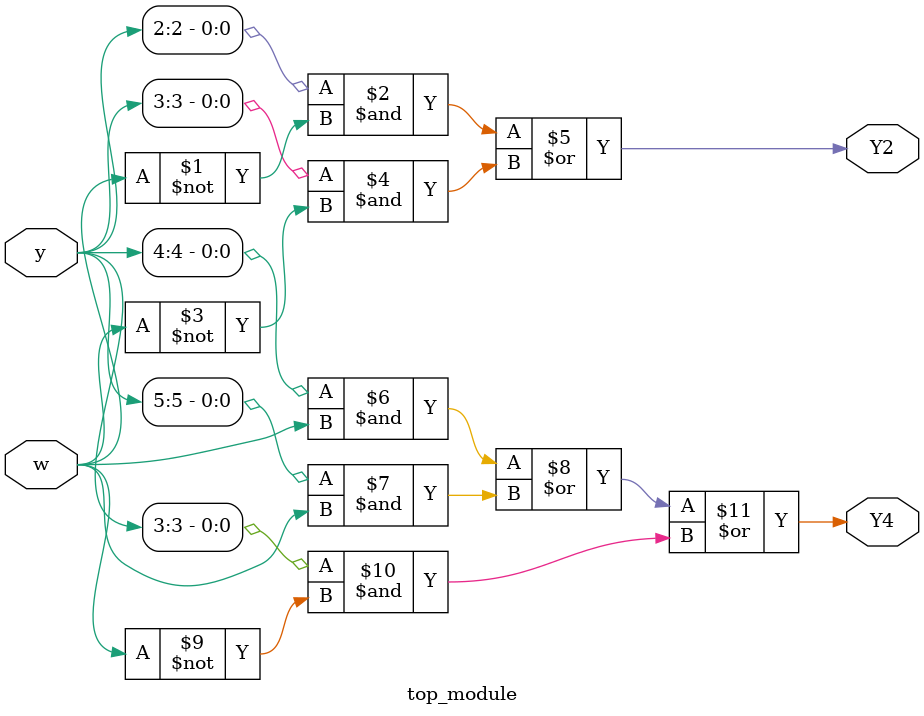
<source format=sv>
module top_module (
    input [6:1] y,
    input w,
    output Y2,
    output Y4
);

// Next-state logic for y[2] (state B and state C)
assign Y2 = (y[2] & ~w) | (y[3] & ~w);

// Next-state logic for y[4] (state D and state E)
assign Y4 = (y[4] & w) | (y[5] & w) | (y[3] & ~w);

endmodule

</source>
